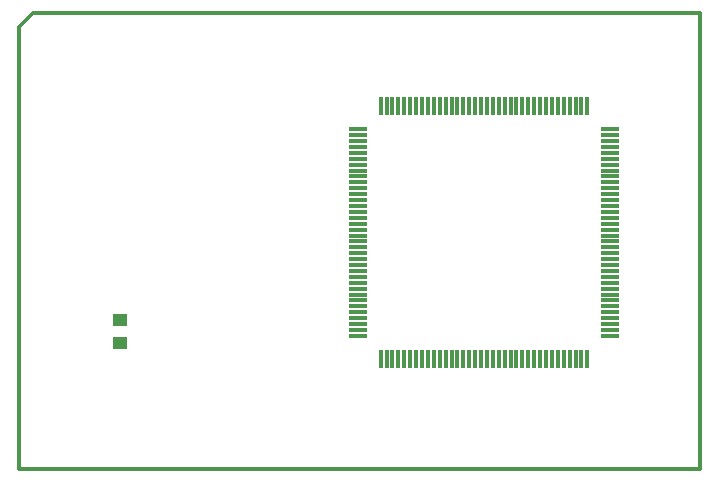
<source format=gbp>
G04 Layer_Color=128*
%FSLAX44Y44*%
%MOMM*%
G71*
G01*
G75*
%ADD10R,1.3000X1.0000*%
%ADD16C,0.3500*%
%ADD23R,0.3000X1.5000*%
%ADD24R,1.5000X0.3000*%
D10*
X-298450Y-66450D02*
D03*
Y-85950D02*
D03*
D16*
X-372110Y193040D02*
X193040D01*
Y-193040D02*
Y193040D01*
X-383540Y-193040D02*
X193040D01*
X-383540D02*
Y181610D01*
X-372110Y193040D01*
D23*
X-77500Y-99500D02*
D03*
X-72500D02*
D03*
X-67500D02*
D03*
X-62500D02*
D03*
X-57500D02*
D03*
X-52500D02*
D03*
X-47500D02*
D03*
X-42500D02*
D03*
X-37500D02*
D03*
X-32500D02*
D03*
X-27500D02*
D03*
X-22500D02*
D03*
X-17500D02*
D03*
X-12500D02*
D03*
X-7500D02*
D03*
X-2500D02*
D03*
X2500D02*
D03*
X7500D02*
D03*
X12500D02*
D03*
X17500D02*
D03*
X22500D02*
D03*
X27500D02*
D03*
X32500D02*
D03*
X37500D02*
D03*
X42500D02*
D03*
X47500D02*
D03*
X52500D02*
D03*
X57500D02*
D03*
X62500D02*
D03*
X67500D02*
D03*
X72500D02*
D03*
X77500D02*
D03*
X82500D02*
D03*
X87500D02*
D03*
X92500D02*
D03*
X97500D02*
D03*
Y114500D02*
D03*
X92500D02*
D03*
X87500D02*
D03*
X82500D02*
D03*
X77500D02*
D03*
X72500D02*
D03*
X67500D02*
D03*
X62500D02*
D03*
X57500D02*
D03*
X52500D02*
D03*
X47500D02*
D03*
X42500D02*
D03*
X37500D02*
D03*
X32500D02*
D03*
X27500D02*
D03*
X22500D02*
D03*
X17500D02*
D03*
X12500D02*
D03*
X7500D02*
D03*
X2500D02*
D03*
X-2500D02*
D03*
X-7500D02*
D03*
X-12500D02*
D03*
X-17500D02*
D03*
X-22500D02*
D03*
X-27500D02*
D03*
X-32500D02*
D03*
X-37500D02*
D03*
X-42500D02*
D03*
X-47500D02*
D03*
X-52500D02*
D03*
X-57500D02*
D03*
X-62500D02*
D03*
X-67500D02*
D03*
X-72500D02*
D03*
X-77500D02*
D03*
D24*
X117000Y-80000D02*
D03*
Y-75000D02*
D03*
Y-70000D02*
D03*
Y-65000D02*
D03*
Y-60000D02*
D03*
Y-55000D02*
D03*
Y-50000D02*
D03*
Y-45000D02*
D03*
Y-40000D02*
D03*
Y-35000D02*
D03*
Y-30000D02*
D03*
Y-25000D02*
D03*
Y-20000D02*
D03*
Y-15000D02*
D03*
Y-10000D02*
D03*
Y-5000D02*
D03*
Y-0D02*
D03*
Y5000D02*
D03*
Y10000D02*
D03*
Y15000D02*
D03*
Y20000D02*
D03*
Y25000D02*
D03*
Y30000D02*
D03*
Y35000D02*
D03*
Y40000D02*
D03*
Y45000D02*
D03*
Y50000D02*
D03*
Y55000D02*
D03*
Y60000D02*
D03*
Y65000D02*
D03*
Y70000D02*
D03*
Y75000D02*
D03*
Y80000D02*
D03*
Y85000D02*
D03*
Y90000D02*
D03*
Y95000D02*
D03*
X-97000D02*
D03*
Y90000D02*
D03*
Y85000D02*
D03*
Y80000D02*
D03*
Y75000D02*
D03*
Y70000D02*
D03*
Y65000D02*
D03*
Y60000D02*
D03*
Y55000D02*
D03*
Y50000D02*
D03*
X-97000Y45000D02*
D03*
Y40000D02*
D03*
Y35000D02*
D03*
X-97000Y30000D02*
D03*
Y25000D02*
D03*
Y20000D02*
D03*
Y15000D02*
D03*
Y10000D02*
D03*
X-97000Y5000D02*
D03*
Y-0D02*
D03*
X-97000Y-5000D02*
D03*
Y-10000D02*
D03*
Y-15000D02*
D03*
Y-20000D02*
D03*
Y-25000D02*
D03*
X-97000Y-30000D02*
D03*
X-97000Y-35000D02*
D03*
Y-40000D02*
D03*
Y-45000D02*
D03*
Y-50000D02*
D03*
Y-55000D02*
D03*
Y-60000D02*
D03*
X-97000Y-65000D02*
D03*
X-97000Y-70000D02*
D03*
Y-75000D02*
D03*
Y-80000D02*
D03*
M02*

</source>
